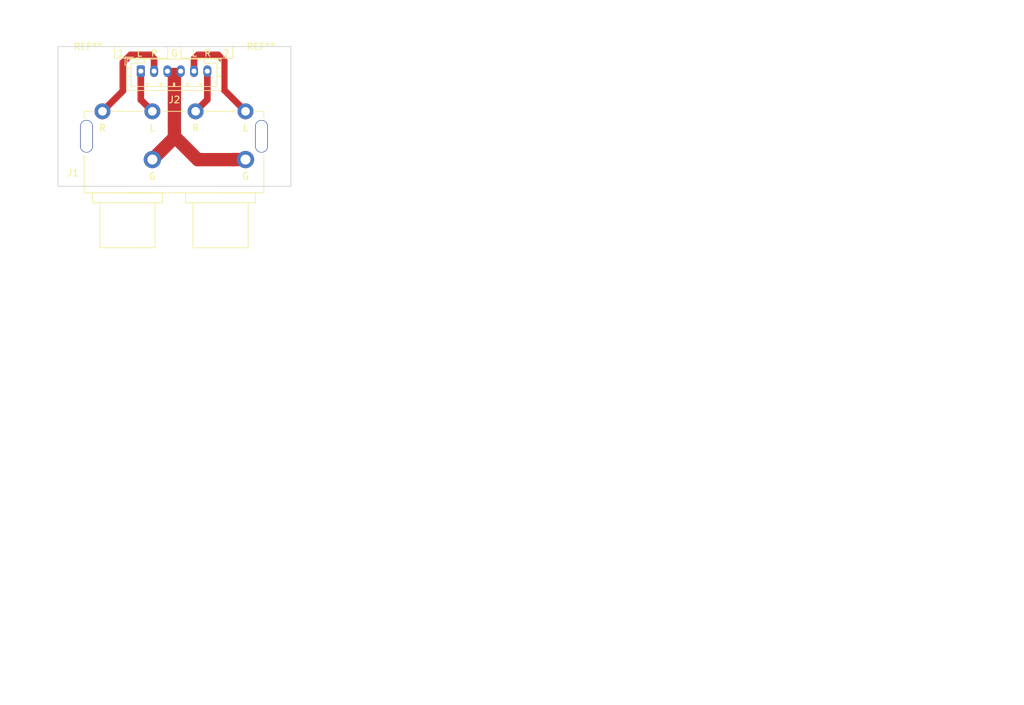
<source format=kicad_pcb>
(kicad_pcb (version 20171130) (host pcbnew "(5.1.0)-1")

  (general
    (thickness 1.6)
    (drawings 26)
    (tracks 29)
    (zones 0)
    (modules 5)
    (nets 6)
  )

  (page A4)
  (layers
    (0 F.Cu signal)
    (31 B.Cu signal)
    (32 B.Adhes user)
    (33 F.Adhes user)
    (34 B.Paste user)
    (35 F.Paste user)
    (36 B.SilkS user)
    (37 F.SilkS user)
    (38 B.Mask user)
    (39 F.Mask user)
    (40 Dwgs.User user)
    (41 Cmts.User user)
    (42 Eco1.User user)
    (43 Eco2.User user)
    (44 Edge.Cuts user)
    (45 Margin user)
    (46 B.CrtYd user)
    (47 F.CrtYd user)
    (48 B.Fab user)
    (49 F.Fab user)
  )

  (setup
    (last_trace_width 0.25)
    (user_trace_width 1)
    (user_trace_width 2)
    (trace_clearance 0.2)
    (zone_clearance 0.508)
    (zone_45_only no)
    (trace_min 0.2)
    (via_size 0.8)
    (via_drill 0.4)
    (via_min_size 0.4)
    (via_min_drill 0.3)
    (uvia_size 0.3)
    (uvia_drill 0.1)
    (uvias_allowed no)
    (uvia_min_size 0.2)
    (uvia_min_drill 0.1)
    (edge_width 0.05)
    (segment_width 0.2)
    (pcb_text_width 0.3)
    (pcb_text_size 1.5 1.5)
    (mod_edge_width 0.12)
    (mod_text_size 1 1)
    (mod_text_width 0.15)
    (pad_size 1.524 1.524)
    (pad_drill 0.762)
    (pad_to_mask_clearance 0.051)
    (solder_mask_min_width 0.25)
    (aux_axis_origin 0 0)
    (visible_elements 7FFFFFFF)
    (pcbplotparams
      (layerselection 0x010fc_ffffffff)
      (usegerberextensions false)
      (usegerberattributes false)
      (usegerberadvancedattributes false)
      (creategerberjobfile false)
      (excludeedgelayer true)
      (linewidth 0.100000)
      (plotframeref false)
      (viasonmask false)
      (mode 1)
      (useauxorigin false)
      (hpglpennumber 1)
      (hpglpenspeed 20)
      (hpglpendiameter 15.000000)
      (psnegative false)
      (psa4output false)
      (plotreference true)
      (plotvalue true)
      (plotinvisibletext false)
      (padsonsilk false)
      (subtractmaskfromsilk false)
      (outputformat 1)
      (mirror false)
      (drillshape 1)
      (scaleselection 1)
      (outputdirectory ""))
  )

  (net 0 "")
  (net 1 INPUT_A_R)
  (net 2 INPUT_A_L)
  (net 3 INPUT_GND)
  (net 4 INPUT_B_L)
  (net 5 INPUT_B_R)

  (net_class Default "This is the default net class."
    (clearance 0.2)
    (trace_width 0.25)
    (via_dia 0.8)
    (via_drill 0.4)
    (uvia_dia 0.3)
    (uvia_drill 0.1)
    (add_net INPUT_A_L)
    (add_net INPUT_A_R)
    (add_net INPUT_B_L)
    (add_net INPUT_B_R)
    (add_net INPUT_GND)
  )

  (module "" (layer F.Cu) (tedit 0) (tstamp 0)
    (at 140.5 94.25)
    (fp_text reference "" (at 133.75 101.5) (layer F.SilkS)
      (effects (font (size 1.27 1.27) (thickness 0.15)))
    )
    (fp_text value "" (at 133.75 101.5) (layer F.SilkS)
      (effects (font (size 1.27 1.27) (thickness 0.15)))
    )
  )

  (module MountingHole:MountingHole_3.5mm (layer F.Cu) (tedit 56D1B4CB) (tstamp 5CF33B53)
    (at 133.75 101.5)
    (descr "Mounting Hole 3.5mm, no annular")
    (tags "mounting hole 3.5mm no annular")
    (attr virtual)
    (fp_text reference REF** (at 0 -4.5) (layer F.SilkS)
      (effects (font (size 1 1) (thickness 0.15)))
    )
    (fp_text value MountingHole_3.5mm (at 0 4.5) (layer F.Fab)
      (effects (font (size 1 1) (thickness 0.15)))
    )
    (fp_text user %R (at 0.3 0) (layer F.Fab)
      (effects (font (size 1 1) (thickness 0.15)))
    )
    (fp_circle (center 0 0) (end 3.5 0) (layer Cmts.User) (width 0.15))
    (fp_circle (center 0 0) (end 3.75 0) (layer F.CrtYd) (width 0.05))
    (pad 1 np_thru_hole circle (at 0 0) (size 3.5 3.5) (drill 3.5) (layers *.Cu *.Mask))
  )

  (module MountingHole:MountingHole_3.5mm (layer F.Cu) (tedit 56D1B4CB) (tstamp 5CF33A42)
    (at 159.75 101.5)
    (descr "Mounting Hole 3.5mm, no annular")
    (tags "mounting hole 3.5mm no annular")
    (attr virtual)
    (fp_text reference REF** (at 0 -4.5) (layer F.SilkS)
      (effects (font (size 1 1) (thickness 0.15)))
    )
    (fp_text value MountingHole_3.5mm (at 0 4.5) (layer F.Fab)
      (effects (font (size 1 1) (thickness 0.15)))
    )
    (fp_circle (center 0 0) (end 3.75 0) (layer F.CrtYd) (width 0.05))
    (fp_circle (center 0 0) (end 3.5 0) (layer Cmts.User) (width 0.15))
    (fp_text user %R (at 0.3 0) (layer F.Fab)
      (effects (font (size 1 1) (thickness 0.15)))
    )
    (pad 1 np_thru_hole circle (at 0 0) (size 3.5 3.5) (drill 3.5) (layers *.Cu *.Mask))
  )

  (module input:PJRAS2X2S01X (layer F.Cu) (tedit 5CF2DDED) (tstamp 5CF34305)
    (at 135.938 106.737)
    (path /5CF2E035)
    (fp_text reference J1 (at -4.438 9.263) (layer F.SilkS)
      (effects (font (size 1 1) (thickness 0.15)))
    )
    (fp_text value PJRAS2X2S01X (at 0 -6.7) (layer F.Fab)
      (effects (font (size 1 1) (thickness 0.15)))
    )
    (fp_line (start 17.75 12.25) (end 23 12.25) (layer F.SilkS) (width 0.12))
    (fp_line (start 23 12.25) (end 12.5 12.25) (layer F.SilkS) (width 0.12))
    (fp_line (start 12.5 12.25) (end 12.5 13.75) (layer F.SilkS) (width 0.12))
    (fp_line (start 23 12.25) (end 23 13.75) (layer F.SilkS) (width 0.12))
    (fp_line (start 3.75 12.25) (end 9 12.25) (layer F.SilkS) (width 0.12))
    (fp_line (start 9 12.25) (end 9 13.75) (layer F.SilkS) (width 0.12))
    (fp_line (start 9 12.25) (end -1.5 12.25) (layer F.SilkS) (width 0.12))
    (fp_line (start -1.5 12.25) (end -1.5 13.75) (layer F.SilkS) (width 0.12))
    (fp_line (start 3.75 12.25) (end 7.9 12.25) (layer F.SilkS) (width 0.12))
    (fp_line (start 7.9 12.25) (end -0.4 12.25) (layer F.SilkS) (width 0.12))
    (fp_line (start -0.4 13.75) (end -0.4 20.5) (layer F.SilkS) (width 0.12))
    (fp_line (start 7.9 13.75) (end 7.9 20.5) (layer F.SilkS) (width 0.12))
    (fp_line (start 7.9 20.5) (end -0.4 20.5) (layer F.SilkS) (width 0.12))
    (fp_line (start 13.6 13.75) (end 13.6 20.5) (layer F.SilkS) (width 0.12))
    (fp_line (start 13.6 20.5) (end 21.9 20.5) (layer F.SilkS) (width 0.12))
    (fp_line (start 21.9 20.5) (end 21.9 13.75) (layer F.SilkS) (width 0.12))
    (fp_line (start 9 13.75) (end -1.5 13.75) (layer F.SilkS) (width 0.12))
    (fp_line (start 12.5 13.75) (end 23 13.75) (layer F.SilkS) (width 0.12))
    (fp_line (start 24.25 6.5) (end 24.25 12.25) (layer F.SilkS) (width 0.12))
    (fp_line (start 24.25 12.25) (end 23 12.25) (layer F.SilkS) (width 0.12))
    (fp_line (start -2.75 6.5) (end -2.75 12.25) (layer F.SilkS) (width 0.12))
    (fp_line (start -2.75 12.25) (end -1.5 12.25) (layer F.SilkS) (width 0.12))
    (fp_line (start 12.5 12.25) (end 9 12.25) (layer F.SilkS) (width 0.12))
    (fp_line (start 24.25 1) (end 24.25 0) (layer F.SilkS) (width 0.12))
    (fp_line (start -2.75 1) (end -2.75 0) (layer F.SilkS) (width 0.12))
    (fp_line (start -1.5 0) (end -2.75 0) (layer F.SilkS) (width 0.12))
    (fp_line (start 1.5 0) (end 6 0) (layer F.SilkS) (width 0.12))
    (fp_line (start 9 0) (end 12.5 0) (layer F.SilkS) (width 0.12))
    (fp_line (start 15.5 0) (end 20 0) (layer F.SilkS) (width 0.12))
    (fp_line (start 23 0) (end 24.25 0) (layer F.SilkS) (width 0.12))
    (fp_text user R (at 0 2.5) (layer F.SilkS)
      (effects (font (size 1 1) (thickness 0.15)))
    )
    (fp_text user L (at 7.5 2.5) (layer F.SilkS)
      (effects (font (size 1 1) (thickness 0.15)))
    )
    (fp_text user L (at 21.5 2.5) (layer F.SilkS)
      (effects (font (size 1 1) (thickness 0.15)))
    )
    (fp_text user R (at 14 2.5) (layer F.SilkS)
      (effects (font (size 1 1) (thickness 0.15)))
    )
    (fp_text user G (at 7.5 9.75) (layer F.SilkS)
      (effects (font (size 1 1) (thickness 0.15)))
    )
    (fp_text user G (at 21.5 9.75) (layer F.SilkS)
      (effects (font (size 1 1) (thickness 0.15)))
    )
    (pad 1 thru_hole circle (at 0 0) (size 2.4 2.4) (drill 1.3) (layers *.Cu *.Mask)
      (net 1 INPUT_A_R))
    (pad 3 thru_hole circle (at 7.5 0) (size 2.4 2.4) (drill 1.3) (layers *.Cu *.Mask)
      (net 2 INPUT_A_L))
    (pad 2 thru_hole circle (at 7.5 7.25) (size 2.6 2.6) (drill 1.5) (layers *.Cu *.Mask)
      (net 3 INPUT_GND))
    (pad 6 thru_hole circle (at 21.5 0) (size 2.4 2.4) (drill 1.3) (layers *.Cu *.Mask)
      (net 4 INPUT_B_L))
    (pad 5 thru_hole circle (at 21.5 7.25) (size 2.6 2.6) (drill 1.5) (layers *.Cu *.Mask)
      (net 3 INPUT_GND))
    (pad 4 thru_hole circle (at 14 0) (size 2.4 2.4) (drill 1.3) (layers *.Cu *.Mask)
      (net 5 INPUT_B_R))
    (pad 0 thru_hole oval (at -2.4 3.75) (size 1.9 4.9) (drill oval 1.7 4.7) (layers *.Cu *.Mask))
    (pad 0 thru_hole oval (at 23.9 3.75) (size 1.9 4.9) (drill oval 1.7 4.7) (layers *.Cu *.Mask))
  )

  (module Connector_JST:JST_PH_B6B-PH-K_1x06_P2.00mm_Vertical (layer F.Cu) (tedit 5B7745C2) (tstamp 5CF33768)
    (at 141.7 100.7)
    (descr "JST PH series connector, B6B-PH-K (http://www.jst-mfg.com/product/pdf/eng/ePH.pdf), generated with kicad-footprint-generator")
    (tags "connector JST PH side entry")
    (path /5CF2F264)
    (fp_text reference J2 (at 5.05 4.3) (layer F.SilkS)
      (effects (font (size 1 1) (thickness 0.15)))
    )
    (fp_text value Conn_01x06 (at 5 4) (layer F.Fab)
      (effects (font (size 1 1) (thickness 0.15)))
    )
    (fp_line (start -2.06 -1.81) (end -2.06 2.91) (layer F.SilkS) (width 0.12))
    (fp_line (start -2.06 2.91) (end 12.06 2.91) (layer F.SilkS) (width 0.12))
    (fp_line (start 12.06 2.91) (end 12.06 -1.81) (layer F.SilkS) (width 0.12))
    (fp_line (start 12.06 -1.81) (end -2.06 -1.81) (layer F.SilkS) (width 0.12))
    (fp_line (start -0.3 -1.81) (end -0.3 -2.01) (layer F.SilkS) (width 0.12))
    (fp_line (start -0.3 -2.01) (end -0.6 -2.01) (layer F.SilkS) (width 0.12))
    (fp_line (start -0.6 -2.01) (end -0.6 -1.81) (layer F.SilkS) (width 0.12))
    (fp_line (start -0.3 -1.91) (end -0.6 -1.91) (layer F.SilkS) (width 0.12))
    (fp_line (start 0.5 -1.81) (end 0.5 -1.2) (layer F.SilkS) (width 0.12))
    (fp_line (start 0.5 -1.2) (end -1.45 -1.2) (layer F.SilkS) (width 0.12))
    (fp_line (start -1.45 -1.2) (end -1.45 2.3) (layer F.SilkS) (width 0.12))
    (fp_line (start -1.45 2.3) (end 11.45 2.3) (layer F.SilkS) (width 0.12))
    (fp_line (start 11.45 2.3) (end 11.45 -1.2) (layer F.SilkS) (width 0.12))
    (fp_line (start 11.45 -1.2) (end 9.5 -1.2) (layer F.SilkS) (width 0.12))
    (fp_line (start 9.5 -1.2) (end 9.5 -1.81) (layer F.SilkS) (width 0.12))
    (fp_line (start -2.06 -0.5) (end -1.45 -0.5) (layer F.SilkS) (width 0.12))
    (fp_line (start -2.06 0.8) (end -1.45 0.8) (layer F.SilkS) (width 0.12))
    (fp_line (start 12.06 -0.5) (end 11.45 -0.5) (layer F.SilkS) (width 0.12))
    (fp_line (start 12.06 0.8) (end 11.45 0.8) (layer F.SilkS) (width 0.12))
    (fp_line (start 0.9 2.3) (end 0.9 1.8) (layer F.SilkS) (width 0.12))
    (fp_line (start 0.9 1.8) (end 1.1 1.8) (layer F.SilkS) (width 0.12))
    (fp_line (start 1.1 1.8) (end 1.1 2.3) (layer F.SilkS) (width 0.12))
    (fp_line (start 1 2.3) (end 1 1.8) (layer F.SilkS) (width 0.12))
    (fp_line (start 2.9 2.3) (end 2.9 1.8) (layer F.SilkS) (width 0.12))
    (fp_line (start 2.9 1.8) (end 3.1 1.8) (layer F.SilkS) (width 0.12))
    (fp_line (start 3.1 1.8) (end 3.1 2.3) (layer F.SilkS) (width 0.12))
    (fp_line (start 3 2.3) (end 3 1.8) (layer F.SilkS) (width 0.12))
    (fp_line (start 4.9 2.3) (end 4.9 1.8) (layer F.SilkS) (width 0.12))
    (fp_line (start 4.9 1.8) (end 5.1 1.8) (layer F.SilkS) (width 0.12))
    (fp_line (start 5.1 1.8) (end 5.1 2.3) (layer F.SilkS) (width 0.12))
    (fp_line (start 5 2.3) (end 5 1.8) (layer F.SilkS) (width 0.12))
    (fp_line (start 6.9 2.3) (end 6.9 1.8) (layer F.SilkS) (width 0.12))
    (fp_line (start 6.9 1.8) (end 7.1 1.8) (layer F.SilkS) (width 0.12))
    (fp_line (start 7.1 1.8) (end 7.1 2.3) (layer F.SilkS) (width 0.12))
    (fp_line (start 7 2.3) (end 7 1.8) (layer F.SilkS) (width 0.12))
    (fp_line (start 8.9 2.3) (end 8.9 1.8) (layer F.SilkS) (width 0.12))
    (fp_line (start 8.9 1.8) (end 9.1 1.8) (layer F.SilkS) (width 0.12))
    (fp_line (start 9.1 1.8) (end 9.1 2.3) (layer F.SilkS) (width 0.12))
    (fp_line (start 9 2.3) (end 9 1.8) (layer F.SilkS) (width 0.12))
    (fp_line (start -1.11 -2.11) (end -2.36 -2.11) (layer F.SilkS) (width 0.12))
    (fp_line (start -2.36 -2.11) (end -2.36 -0.86) (layer F.SilkS) (width 0.12))
    (fp_line (start -1.11 -2.11) (end -2.36 -2.11) (layer F.Fab) (width 0.1))
    (fp_line (start -2.36 -2.11) (end -2.36 -0.86) (layer F.Fab) (width 0.1))
    (fp_line (start -1.95 -1.7) (end -1.95 2.8) (layer F.Fab) (width 0.1))
    (fp_line (start -1.95 2.8) (end 11.95 2.8) (layer F.Fab) (width 0.1))
    (fp_line (start 11.95 2.8) (end 11.95 -1.7) (layer F.Fab) (width 0.1))
    (fp_line (start 11.95 -1.7) (end -1.95 -1.7) (layer F.Fab) (width 0.1))
    (fp_line (start -2.45 -2.2) (end -2.45 3.3) (layer F.CrtYd) (width 0.05))
    (fp_line (start -2.45 3.3) (end 12.45 3.3) (layer F.CrtYd) (width 0.05))
    (fp_line (start 12.45 3.3) (end 12.45 -2.2) (layer F.CrtYd) (width 0.05))
    (fp_line (start 12.45 -2.2) (end -2.45 -2.2) (layer F.CrtYd) (width 0.05))
    (fp_text user %R (at 5 1.5) (layer F.Fab)
      (effects (font (size 1 1) (thickness 0.15)))
    )
    (pad 1 thru_hole roundrect (at 0 0) (size 1.2 1.75) (drill 0.75) (layers *.Cu *.Mask) (roundrect_rratio 0.208333)
      (net 2 INPUT_A_L))
    (pad 2 thru_hole oval (at 2 0) (size 1.2 1.75) (drill 0.75) (layers *.Cu *.Mask)
      (net 1 INPUT_A_R))
    (pad 3 thru_hole oval (at 4 0) (size 1.2 1.75) (drill 0.75) (layers *.Cu *.Mask)
      (net 3 INPUT_GND))
    (pad 4 thru_hole oval (at 6 0) (size 1.2 1.75) (drill 0.75) (layers *.Cu *.Mask)
      (net 3 INPUT_GND))
    (pad 5 thru_hole oval (at 8 0) (size 1.2 1.75) (drill 0.75) (layers *.Cu *.Mask)
      (net 4 INPUT_B_L))
    (pad 6 thru_hole oval (at 10 0) (size 1.2 1.75) (drill 0.75) (layers *.Cu *.Mask)
      (net 5 INPUT_B_R))
    (model ${KISYS3DMOD}/Connector_JST.3dshapes/JST_PH_B6B-PH-K_1x06_P2.00mm_Vertical.wrl
      (at (xyz 0 0 0))
      (scale (xyz 1 1 1))
      (rotate (xyz 0 0 0))
    )
  )

  (gr_line (start 137.75 98.75) (end 137.75 97) (layer F.SilkS) (width 0.12))
  (gr_line (start 145.75 98.75) (end 137.75 98.75) (layer F.SilkS) (width 0.12))
  (gr_line (start 145.75 97) (end 145.75 98.75) (layer F.SilkS) (width 0.12))
  (gr_line (start 147.75 98.75) (end 147.75 97) (layer F.SilkS) (width 0.12))
  (gr_line (start 155.5 98.75) (end 147.75 98.75) (layer F.SilkS) (width 0.12))
  (gr_line (start 155.5 97) (end 155.5 98.75) (layer F.SilkS) (width 0.12))
  (gr_text 2 (at 154.5 98) (layer F.SilkS) (tstamp 5CF343CD)
    (effects (font (size 1 1) (thickness 0.15)))
  )
  (gr_text 1 (at 138.75 98) (layer F.SilkS) (tstamp 5CF343CD)
    (effects (font (size 1 1) (thickness 0.15)))
  )
  (gr_text G (at 146.75 98) (layer F.SilkS) (tstamp 5CF343CD)
    (effects (font (size 1 1) (thickness 0.15)))
  )
  (gr_text R (at 143.75 98) (layer F.SilkS) (tstamp 5CF343CD)
    (effects (font (size 1 1) (thickness 0.15)))
  )
  (gr_text R (at 151.75 98) (layer F.SilkS) (tstamp 5CF343C4)
    (effects (font (size 1 1) (thickness 0.15)))
  )
  (gr_text L (at 149.75 98) (layer F.SilkS) (tstamp 5CF3437D)
    (effects (font (size 1 1) (thickness 0.15)))
  )
  (gr_text L (at 141.5 98) (layer F.SilkS)
    (effects (font (size 1 1) (thickness 0.15)))
  )
  (dimension 1 (width 0.15) (layer Dwgs.User)
    (gr_text "1.000 mm" (at 173.55 118.5 270) (layer Dwgs.User)
      (effects (font (size 1 1) (thickness 0.15)))
    )
    (feature1 (pts (xy 164.25 119) (xy 172.836421 119)))
    (feature2 (pts (xy 164.25 118) (xy 172.836421 118)))
    (crossbar (pts (xy 172.25 118) (xy 172.25 119)))
    (arrow1a (pts (xy 172.25 119) (xy 171.663579 117.873496)))
    (arrow1b (pts (xy 172.25 119) (xy 172.836421 117.873496)))
    (arrow2a (pts (xy 172.25 118) (xy 171.663579 119.126504)))
    (arrow2b (pts (xy 172.25 118) (xy 172.836421 119.126504)))
  )
  (gr_line (start 160.5 119) (end 164.25 119) (layer Dwgs.User) (width 0.15))
  (dimension 4.5 (width 0.15) (layer Dwgs.User)
    (gr_text "4.500 mm" (at 169.05 99.25 90) (layer Dwgs.User)
      (effects (font (size 1 1) (thickness 0.15)))
    )
    (feature1 (pts (xy 159.75 97) (xy 168.336421 97)))
    (feature2 (pts (xy 159.75 101.5) (xy 168.336421 101.5)))
    (crossbar (pts (xy 167.75 101.5) (xy 167.75 97)))
    (arrow1a (pts (xy 167.75 97) (xy 168.336421 98.126504)))
    (arrow1b (pts (xy 167.75 97) (xy 167.163579 98.126504)))
    (arrow2a (pts (xy 167.75 101.5) (xy 168.336421 100.373496)))
    (arrow2b (pts (xy 167.75 101.5) (xy 167.163579 100.373496)))
  )
  (dimension 4.5 (width 0.15) (layer Dwgs.User)
    (gr_text "4.500 mm" (at 124.2 99.25 90) (layer Dwgs.User)
      (effects (font (size 1 1) (thickness 0.15)))
    )
    (feature1 (pts (xy 133.75 97) (xy 124.913579 97)))
    (feature2 (pts (xy 133.75 101.5) (xy 124.913579 101.5)))
    (crossbar (pts (xy 125.5 101.5) (xy 125.5 97)))
    (arrow1a (pts (xy 125.5 97) (xy 126.086421 98.126504)))
    (arrow1b (pts (xy 125.5 97) (xy 124.913579 98.126504)))
    (arrow2a (pts (xy 125.5 101.5) (xy 126.086421 100.373496)))
    (arrow2b (pts (xy 125.5 101.5) (xy 124.913579 100.373496)))
  )
  (dimension 4.5 (width 0.15) (layer Dwgs.User)
    (gr_text "4.500 mm" (at 131.5 93.7) (layer Dwgs.User)
      (effects (font (size 1 1) (thickness 0.15)))
    )
    (feature1 (pts (xy 129.25 101.5) (xy 129.25 94.413579)))
    (feature2 (pts (xy 133.75 101.5) (xy 133.75 94.413579)))
    (crossbar (pts (xy 133.75 95) (xy 129.25 95)))
    (arrow1a (pts (xy 129.25 95) (xy 130.376504 94.413579)))
    (arrow1b (pts (xy 129.25 95) (xy 130.376504 95.586421)))
    (arrow2a (pts (xy 133.75 95) (xy 132.623496 94.413579)))
    (arrow2b (pts (xy 133.75 95) (xy 132.623496 95.586421)))
  )
  (dimension 35 (width 0.15) (layer Dwgs.User)
    (gr_text "35.000 mm" (at 146.75 90.7) (layer Dwgs.User)
      (effects (font (size 1 1) (thickness 0.15)))
    )
    (feature1 (pts (xy 129.25 97) (xy 129.25 91.413579)))
    (feature2 (pts (xy 164.25 97) (xy 164.25 91.413579)))
    (crossbar (pts (xy 164.25 92) (xy 129.25 92)))
    (arrow1a (pts (xy 129.25 92) (xy 130.376504 91.413579)))
    (arrow1b (pts (xy 129.25 92) (xy 130.376504 92.586421)))
    (arrow2a (pts (xy 164.25 92) (xy 163.123496 91.413579)))
    (arrow2b (pts (xy 164.25 92) (xy 163.123496 92.586421)))
  )
  (dimension 4.5 (width 0.15) (layer Dwgs.User)
    (gr_text "4.500 mm" (at 162 93.45) (layer Dwgs.User)
      (effects (font (size 1 1) (thickness 0.15)))
    )
    (feature1 (pts (xy 164.25 101.5) (xy 164.25 94.163579)))
    (feature2 (pts (xy 159.75 101.5) (xy 159.75 94.163579)))
    (crossbar (pts (xy 159.75 94.75) (xy 164.25 94.75)))
    (arrow1a (pts (xy 164.25 94.75) (xy 163.123496 95.336421)))
    (arrow1b (pts (xy 164.25 94.75) (xy 163.123496 94.163579)))
    (arrow2a (pts (xy 159.75 94.75) (xy 160.876504 95.336421)))
    (arrow2b (pts (xy 159.75 94.75) (xy 160.876504 94.163579)))
  )
  (dimension 3.5 (width 0.15) (layer Dwgs.User)
    (gr_text "3.500 mm" (at 146.688 125.3) (layer Dwgs.User)
      (effects (font (size 1 1) (thickness 0.15)))
    )
    (feature1 (pts (xy 144.938 120.487) (xy 144.938 124.586421)))
    (feature2 (pts (xy 148.438 120.487) (xy 148.438 124.586421)))
    (crossbar (pts (xy 148.438 124) (xy 144.938 124)))
    (arrow1a (pts (xy 144.938 124) (xy 146.064504 123.413579)))
    (arrow1b (pts (xy 144.938 124) (xy 146.064504 124.586421)))
    (arrow2a (pts (xy 148.438 124) (xy 147.311496 123.413579)))
    (arrow2b (pts (xy 148.438 124) (xy 147.311496 124.586421)))
  )
  (dimension 21 (width 0.15) (layer Dwgs.User)
    (gr_text "21.000 mm" (at 173.55 107.5 270) (layer Dwgs.User)
      (effects (font (size 1 1) (thickness 0.15)))
    )
    (feature1 (pts (xy 164.25 118) (xy 172.836421 118)))
    (feature2 (pts (xy 164.25 97) (xy 172.836421 97)))
    (crossbar (pts (xy 172.25 97) (xy 172.25 118)))
    (arrow1a (pts (xy 172.25 118) (xy 171.663579 116.873496)))
    (arrow1b (pts (xy 172.25 118) (xy 172.836421 116.873496)))
    (arrow2a (pts (xy 172.25 97) (xy 171.663579 98.126504)))
    (arrow2b (pts (xy 172.25 97) (xy 172.836421 98.126504)))
  )
  (gr_line (start 129.25 118) (end 129.25 97) (layer Edge.Cuts) (width 0.12) (tstamp 5CF33AE6))
  (gr_line (start 164.25 118) (end 129.25 118) (layer Edge.Cuts) (width 0.12))
  (gr_line (start 164.25 97) (end 164.25 118) (layer Edge.Cuts) (width 0.12))
  (gr_line (start 129.25 97) (end 164.25 97) (layer Edge.Cuts) (width 0.12))

  (segment (start 139 103.675) (end 135.938 106.737) (width 1) (layer F.Cu) (net 1))
  (segment (start 139 99.404843) (end 139 103.675) (width 1) (layer F.Cu) (net 1))
  (segment (start 140.154843 98.25) (end 139 99.404843) (width 1) (layer F.Cu) (net 1))
  (segment (start 143.125 98.25) (end 140.154843 98.25) (width 1) (layer F.Cu) (net 1))
  (segment (start 143.7 100.7) (end 143.7 98.825) (width 1) (layer F.Cu) (net 1))
  (segment (start 143.7 98.825) (end 143.125 98.25) (width 1) (layer F.Cu) (net 1))
  (segment (start 141.7 104.999) (end 143.438 106.737) (width 1) (layer F.Cu) (net 2))
  (segment (start 141.7 100.7) (end 141.7 104.999) (width 1) (layer F.Cu) (net 2))
  (segment (start 155.599523 113.987) (end 155.586523 114) (width 2) (layer F.Cu) (net 3))
  (segment (start 157.438 113.987) (end 155.599523 113.987) (width 2) (layer F.Cu) (net 3))
  (segment (start 155.586523 114) (end 150.25 114) (width 2) (layer F.Cu) (net 3))
  (segment (start 150.25 114) (end 146.75 110.5) (width 2) (layer F.Cu) (net 3))
  (segment (start 146.75 110.5) (end 146.75 101.5) (width 2) (layer F.Cu) (net 3))
  (segment (start 146.5 101.5) (end 145.7 100.7) (width 1) (layer F.Cu) (net 3))
  (segment (start 146.75 101.5) (end 146.5 101.5) (width 1) (layer F.Cu) (net 3))
  (segment (start 146.9 101.5) (end 147.7 100.7) (width 1) (layer F.Cu) (net 3))
  (segment (start 146.75 101.5) (end 146.9 101.5) (width 1) (layer F.Cu) (net 3))
  (segment (start 143.438 113.987) (end 143.513 113.987) (width 2) (layer B.Cu) (net 3))
  (segment (start 147.7 100.7) (end 145.7 100.7) (width 1) (layer F.Cu) (net 3))
  (segment (start 146.75 110.675) (end 143.438 113.987) (width 2) (layer F.Cu) (net 3))
  (segment (start 146.75 110.5) (end 146.75 110.675) (width 2) (layer F.Cu) (net 3))
  (segment (start 154.25 103.549) (end 157.438 106.737) (width 1) (layer F.Cu) (net 4))
  (segment (start 154.25 99.173748) (end 154.25 103.549) (width 1) (layer F.Cu) (net 4))
  (segment (start 153.326252 98.25) (end 154.25 99.173748) (width 1) (layer F.Cu) (net 4))
  (segment (start 150.275 98.25) (end 153.326252 98.25) (width 1) (layer F.Cu) (net 4))
  (segment (start 149.7 100.7) (end 149.7 98.825) (width 1) (layer F.Cu) (net 4))
  (segment (start 149.7 98.825) (end 150.275 98.25) (width 1) (layer F.Cu) (net 4))
  (segment (start 151.7 104.975) (end 149.938 106.737) (width 1) (layer F.Cu) (net 5))
  (segment (start 151.7 100.7) (end 151.7 104.975) (width 1) (layer F.Cu) (net 5))

)

</source>
